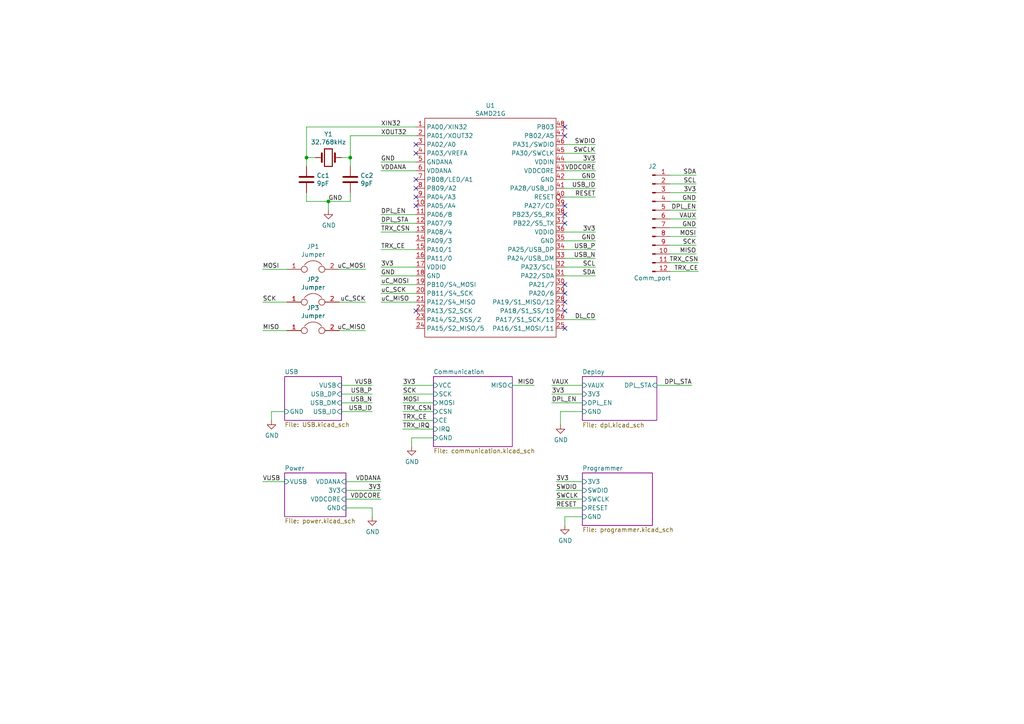
<source format=kicad_sch>
(kicad_sch (version 20200512) (host eeschema "5.99.0-unknown-57e35c9~88~ubuntu19.10.1")
  (page 1 6)
  (paper "A4")
  (lib_symbols
    (symbol "Arduino:SAMD21G"
      (property "Reference" "U" (at 0 27.94 0))
      (property "Value" "SAMD21G" (at 0 25.4 0))
      (symbol "SAMD21G_0_1"
        (rectangle (start -19.05 24.13) (end 19.05 -39.37))
      )
      (symbol "SAMD21G_1_1"
        (pin input line (at -21.59 21.59 0) (length 2.54) (name "PA00/XIN32") (number "1"))
        (pin bidirectional line (at -21.59 -1.27 0) (length 2.54) (name "PA05/A4") (number "10"))
        (pin bidirectional line (at -21.59 -3.81 0) (length 2.54) (name "PA06/8") (number "11"))
        (pin bidirectional line (at -21.59 -6.35 0) (length 2.54) (name "PA07/9") (number "12"))
        (pin bidirectional line (at -21.59 -8.89 0) (length 2.54) (name "PA08/4") (number "13"))
        (pin bidirectional line (at -21.59 -11.43 0) (length 2.54) (name "PA09/3") (number "14"))
        (pin bidirectional line (at -21.59 -13.97 0) (length 2.54) (name "PA10/1") (number "15"))
        (pin bidirectional line (at -21.59 -16.51 0) (length 2.54) (name "PA11/0") (number "16"))
        (pin input line (at -21.59 -19.05 0) (length 2.54) (name "VDDIO") (number "17"))
        (pin input line (at -21.59 -21.59 0) (length 2.54) (name "GND") (number "18"))
        (pin bidirectional line (at -21.59 -24.13 0) (length 2.54) (name "PB10/S4_MOSI") (number "19"))
        (pin input line (at -21.59 19.05 0) (length 2.54) (name "PA01/XOUT32") (number "2"))
        (pin bidirectional line (at -21.59 -26.67 0) (length 2.54) (name "PB11/S4_SCK") (number "20"))
        (pin output line (at -21.59 -29.21 0) (length 2.54) (name "PA12/S4_MISO") (number "21"))
        (pin output line (at -21.59 -31.75 0) (length 2.54) (name "PA13/S2_SCK") (number "22"))
        (pin output line (at -21.59 -34.29 0) (length 2.54) (name "PA14/S2_NSS/2") (number "23"))
        (pin input line (at -21.59 -36.83 0) (length 2.54) (name "PA15/S2_MISO/5") (number "24"))
        (pin output line (at 21.59 -36.83 180) (length 2.54) (name "PA16/S1_MOSI/11") (number "25"))
        (pin output line (at 21.59 -34.29 180) (length 2.54) (name "PA17/S1_SCK/13") (number "26"))
        (pin output line (at 21.59 -31.75 180) (length 2.54) (name "PA18/S1_SS/10") (number "27"))
        (pin input line (at 21.59 -29.21 180) (length 2.54) (name "PA19/S1_MISO/12") (number "28"))
        (pin bidirectional line (at 21.59 -26.67 180) (length 2.54) (name "PA20/6") (number "29"))
        (pin bidirectional line (at -21.59 16.51 0) (length 2.54) (name "PA02/A0") (number "3"))
        (pin bidirectional line (at 21.59 -24.13 180) (length 2.54) (name "PA21/7") (number "30"))
        (pin bidirectional line (at 21.59 -21.59 180) (length 2.54) (name "PA22/SDA") (number "31"))
        (pin bidirectional line (at 21.59 -19.05 180) (length 2.54) (name "PA23/SCL") (number "32"))
        (pin input line (at 21.59 -16.51 180) (length 2.54) (name "PA24/USB_DM") (number "33"))
        (pin input line (at 21.59 -13.97 180) (length 2.54) (name "PA25/USB_DP") (number "34"))
        (pin input line (at 21.59 -11.43 180) (length 2.54) (name "GND") (number "35"))
        (pin input line (at 21.59 -8.89 180) (length 2.54) (name "VDDIO") (number "36"))
        (pin output line (at 21.59 -6.35 180) (length 2.54) (name "PB22/S5_TX") (number "37"))
        (pin input line (at 21.59 -3.81 180) (length 2.54) (name "PB23/S5_RX") (number "38"))
        (pin input line (at 21.59 -1.27 180) (length 2.54) (name "PA27/CD") (number "39"))
        (pin input line (at -21.59 13.97 0) (length 2.54) (name "PA03/VREFA") (number "4"))
        (pin input inverted (at 21.59 1.27 180) (length 2.54) (name "RESET") (number "40"))
        (pin bidirectional line (at 21.59 3.81 180) (length 2.54) (name "PA28/USB_ID") (number "41"))
        (pin input line (at 21.59 6.35 180) (length 2.54) (name "GND") (number "42"))
        (pin input line (at 21.59 8.89 180) (length 2.54) (name "VDDCORE") (number "43"))
        (pin input line (at 21.59 11.43 180) (length 2.54) (name "VDDIN") (number "44"))
        (pin input line (at 21.59 13.97 180) (length 2.54) (name "PA30/SWCLK") (number "45"))
        (pin input line (at 21.59 16.51 180) (length 2.54) (name "PA31/SWDIO") (number "46"))
        (pin bidirectional line (at 21.59 19.05 180) (length 2.54) (name "PB02/A5") (number "47"))
        (pin bidirectional line (at 21.59 21.59 180) (length 2.54) (name "PB03") (number "48"))
        (pin input line (at -21.59 11.43 0) (length 2.54) (name "GNDANA") (number "5"))
        (pin input line (at -21.59 8.89 0) (length 2.54) (name "VDDANA") (number "6"))
        (pin bidirectional line (at -21.59 6.35 0) (length 2.54) (name "PB08/LED/A1") (number "7"))
        (pin bidirectional line (at -21.59 3.81 0) (length 2.54) (name "PB09/A2") (number "8"))
        (pin bidirectional line (at -21.59 1.27 0) (length 2.54) (name "PA04/A3") (number "9"))
      )
    )
    (symbol "Connector:Conn_01x12_Male" (pin_names hide)
      (property "Reference" "J" (at 0 15.24 0))
      (property "Value" "Conn_01x12_Male" (at 0 -17.78 0))
      (symbol "Conn_01x12_Male_1_1"
        (rectangle (start 0.8636 -15.113) (end 0 -15.367) (stroke (width 0.1524)) (fill (type outline)))
        (rectangle (start 0.8636 -12.573) (end 0 -12.827) (stroke (width 0.1524)) (fill (type outline)))
        (rectangle (start 0.8636 -10.033) (end 0 -10.287) (stroke (width 0.1524)) (fill (type outline)))
        (rectangle (start 0.8636 -7.493) (end 0 -7.747) (stroke (width 0.1524)) (fill (type outline)))
        (rectangle (start 0.8636 -4.953) (end 0 -5.207) (stroke (width 0.1524)) (fill (type outline)))
        (rectangle (start 0.8636 -2.413) (end 0 -2.667) (stroke (width 0.1524)) (fill (type outline)))
        (rectangle (start 0.8636 0.127) (end 0 -0.127) (stroke (width 0.1524)) (fill (type outline)))
        (rectangle (start 0.8636 2.667) (end 0 2.413) (stroke (width 0.1524)) (fill (type outline)))
        (rectangle (start 0.8636 5.207) (end 0 4.953) (stroke (width 0.1524)) (fill (type outline)))
        (rectangle (start 0.8636 7.747) (end 0 7.493) (stroke (width 0.1524)) (fill (type outline)))
        (rectangle (start 0.8636 10.287) (end 0 10.033) (stroke (width 0.1524)) (fill (type outline)))
        (rectangle (start 0.8636 12.827) (end 0 12.573) (stroke (width 0.1524)) (fill (type outline)))
        (polyline (pts (xy 1.27 -15.24) (xy 0.8636 -15.24)) (stroke (width 0.1524)))
        (polyline (pts (xy 1.27 -12.7) (xy 0.8636 -12.7)) (stroke (width 0.1524)))
        (polyline (pts (xy 1.27 -10.16) (xy 0.8636 -10.16)) (stroke (width 0.1524)))
        (polyline (pts (xy 1.27 -7.62) (xy 0.8636 -7.62)) (stroke (width 0.1524)))
        (polyline (pts (xy 1.27 -5.08) (xy 0.8636 -5.08)) (stroke (width 0.1524)))
        (polyline (pts (xy 1.27 -2.54) (xy 0.8636 -2.54)) (stroke (width 0.1524)))
        (polyline (pts (xy 1.27 0) (xy 0.8636 0)) (stroke (width 0.1524)))
        (polyline (pts (xy 1.27 2.54) (xy 0.8636 2.54)) (stroke (width 0.1524)))
        (polyline (pts (xy 1.27 5.08) (xy 0.8636 5.08)) (stroke (width 0.1524)))
        (polyline (pts (xy 1.27 7.62) (xy 0.8636 7.62)) (stroke (width 0.1524)))
        (polyline (pts (xy 1.27 10.16) (xy 0.8636 10.16)) (stroke (width 0.1524)))
        (polyline (pts (xy 1.27 12.7) (xy 0.8636 12.7)) (stroke (width 0.1524)))
        (pin passive line (at 5.08 12.7 180) (length 3.81) (name "Pin_1") (number "1"))
        (pin passive line (at 5.08 -10.16 180) (length 3.81) (name "Pin_10") (number "10"))
        (pin passive line (at 5.08 -12.7 180) (length 3.81) (name "Pin_11") (number "11"))
        (pin passive line (at 5.08 -15.24 180) (length 3.81) (name "Pin_12") (number "12"))
        (pin passive line (at 5.08 10.16 180) (length 3.81) (name "Pin_2") (number "2"))
        (pin passive line (at 5.08 7.62 180) (length 3.81) (name "Pin_3") (number "3"))
        (pin passive line (at 5.08 5.08 180) (length 3.81) (name "Pin_4") (number "4"))
        (pin passive line (at 5.08 2.54 180) (length 3.81) (name "Pin_5") (number "5"))
        (pin passive line (at 5.08 0 180) (length 3.81) (name "Pin_6") (number "6"))
        (pin passive line (at 5.08 -2.54 180) (length 3.81) (name "Pin_7") (number "7"))
        (pin passive line (at 5.08 -5.08 180) (length 3.81) (name "Pin_8") (number "8"))
        (pin passive line (at 5.08 -7.62 180) (length 3.81) (name "Pin_9") (number "9"))
      )
    )
    (symbol "Device:C" (pin_numbers hide) (pin_names (offset 0.254))
      (property "Reference" "C" (at 0.635 2.54 0))
      (property "Value" "C" (at 0.635 -2.54 0))
      (symbol "C_0_1"
        (polyline (pts (xy -2.032 -0.762) (xy 2.032 -0.762)) (stroke (width 0.508)))
        (polyline (pts (xy -2.032 0.762) (xy 2.032 0.762)) (stroke (width 0.508)))
      )
      (symbol "C_1_1"
        (pin passive line (at 0 3.81 270) (length 2.794) (name "~") (number "1"))
        (pin passive line (at 0 -3.81 90) (length 2.794) (name "~") (number "2"))
      )
    )
    (symbol "Device:Crystal" (pin_numbers hide) (pin_names hide)
      (property "Reference" "Y" (at 0 3.81 0))
      (property "Value" "Crystal" (at 0 -3.81 0))
      (symbol "Crystal_0_1"
        (rectangle (start -1.143 2.54) (end 1.143 -2.54) (stroke (width 0.3048)))
        (polyline (pts (xy -2.54 0) (xy -1.905 0)))
        (polyline (pts (xy -1.905 -1.27) (xy -1.905 1.27)) (stroke (width 0.508)))
        (polyline (pts (xy 1.905 -1.27) (xy 1.905 1.27)) (stroke (width 0.508)))
        (polyline (pts (xy 2.54 0) (xy 1.905 0)))
      )
      (symbol "Crystal_1_1"
        (pin passive line (at -3.81 0 0) (length 1.27) (name "1") (number "1"))
        (pin passive line (at 3.81 0 180) (length 1.27) (name "2") (number "2"))
      )
    )
    (symbol "Device:Jumper" (pin_names (offset 0.762) hide)
      (property "Reference" "JP" (at 0 3.81 0))
      (property "Value" "Jumper" (at 0 -2.032 0))
      (symbol "Jumper_0_1"
        (arc (start -2.4892 1.27) (end 2.5146 1.27) (radius (at 0 -0.6604) (length 3.175) (angles 142.6 37.3)))
        (circle (center -2.54 0) (radius 0.889))
        (circle (center 2.54 0) (radius 0.889))
        (pin passive line (at -7.62 0 0) (length 4.191) (name "1") (number "1"))
        (pin passive line (at 7.62 0 180) (length 4.191) (name "2") (number "2"))
      )
    )
    (symbol "power:GND" (power) (pin_names (offset 0))
      (property "Value" "GND" (at 0 -3.81 0))
      (symbol "GND_0_1"
        (polyline (pts (xy 0 0) (xy 0 -1.27) (xy 1.27 -1.27) (xy 0 -2.54) (xy -1.27 -1.27) (xy 0 -1.27)))
      )
      (symbol "GND_1_1"
        (pin power_in line (at 0 0 270) (length 0) hide (name "GND") (number "1"))
      )
    )
  )
  (junction (at 88.9 45.72))
  (junction (at 95.25 58.42))
  (junction (at 101.6 45.72))
  (no_connect (at 120.65 59.69))
  (no_connect (at 163.83 64.77))
  (no_connect (at 120.65 52.07))
  (no_connect (at 163.83 36.83))
  (no_connect (at 163.83 82.55))
  (no_connect (at 163.83 87.63))
  (no_connect (at 163.83 95.25))
  (no_connect (at 120.65 54.61))
  (no_connect (at 120.65 41.91))
  (no_connect (at 163.83 39.37))
  (no_connect (at 163.83 85.09))
  (no_connect (at 163.83 62.23))
  (no_connect (at 163.83 59.69))
  (no_connect (at 120.65 44.45))
  (no_connect (at 163.83 90.17))
  (no_connect (at 120.65 57.15))
  (no_connect (at 120.65 90.17))
  (wire (pts (xy 76.2 78.105) (xy 83.185 78.105)))
  (wire (pts (xy 76.2 87.63) (xy 83.185 87.63)))
  (wire (pts (xy 76.2 95.885) (xy 83.185 95.885)))
  (wire (pts (xy 78.74 119.38) (xy 78.74 121.92)))
  (wire (pts (xy 82.55 119.38) (xy 78.74 119.38)))
  (wire (pts (xy 82.55 139.7) (xy 76.2 139.7)))
  (wire (pts (xy 88.9 36.83) (xy 88.9 45.72)))
  (wire (pts (xy 88.9 36.83) (xy 120.65 36.83)))
  (wire (pts (xy 88.9 45.72) (xy 88.9 48.26)))
  (wire (pts (xy 88.9 55.88) (xy 88.9 58.42)))
  (wire (pts (xy 88.9 58.42) (xy 95.25 58.42)))
  (wire (pts (xy 91.44 45.72) (xy 88.9 45.72)))
  (wire (pts (xy 95.25 58.42) (xy 95.25 60.96)))
  (wire (pts (xy 95.25 58.42) (xy 101.6 58.42)))
  (wire (pts (xy 98.425 78.105) (xy 106.045 78.105)))
  (wire (pts (xy 98.425 87.63) (xy 106.045 87.63)))
  (wire (pts (xy 98.425 95.885) (xy 106.045 95.885)))
  (wire (pts (xy 99.06 45.72) (xy 101.6 45.72)))
  (wire (pts (xy 99.06 111.76) (xy 107.95 111.76)))
  (wire (pts (xy 99.06 119.38) (xy 107.95 119.38)))
  (wire (pts (xy 100.33 142.24) (xy 110.49 142.24)))
  (wire (pts (xy 100.33 147.32) (xy 107.95 147.32)))
  (wire (pts (xy 101.6 39.37) (xy 101.6 45.72)))
  (wire (pts (xy 101.6 39.37) (xy 120.65 39.37)))
  (wire (pts (xy 101.6 45.72) (xy 101.6 48.26)))
  (wire (pts (xy 101.6 58.42) (xy 101.6 55.88)))
  (wire (pts (xy 107.95 114.3) (xy 99.06 114.3)))
  (wire (pts (xy 107.95 116.84) (xy 99.06 116.84)))
  (wire (pts (xy 107.95 147.32) (xy 107.95 149.86)))
  (wire (pts (xy 110.49 46.99) (xy 120.65 46.99)))
  (wire (pts (xy 110.49 49.53) (xy 120.65 49.53)))
  (wire (pts (xy 110.49 62.23) (xy 120.65 62.23)))
  (wire (pts (xy 110.49 64.77) (xy 120.65 64.77)))
  (wire (pts (xy 110.49 67.31) (xy 120.65 67.31)))
  (wire (pts (xy 110.49 72.39) (xy 120.65 72.39)))
  (wire (pts (xy 110.49 77.47) (xy 120.65 77.47)))
  (wire (pts (xy 110.49 80.01) (xy 120.65 80.01)))
  (wire (pts (xy 110.49 82.55) (xy 120.65 82.55)))
  (wire (pts (xy 110.49 85.09) (xy 120.65 85.09)))
  (wire (pts (xy 110.49 87.63) (xy 120.65 87.63)))
  (wire (pts (xy 110.49 139.7) (xy 100.33 139.7)))
  (wire (pts (xy 110.49 144.78) (xy 100.33 144.78)))
  (wire (pts (xy 116.84 111.76) (xy 125.73 111.76)))
  (wire (pts (xy 116.84 116.84) (xy 125.73 116.84)))
  (wire (pts (xy 116.84 121.92) (xy 125.73 121.92)))
  (wire (pts (xy 119.38 127) (xy 119.38 129.54)))
  (wire (pts (xy 125.73 114.3) (xy 116.84 114.3)))
  (wire (pts (xy 125.73 119.38) (xy 116.84 119.38)))
  (wire (pts (xy 125.73 124.46) (xy 116.84 124.46)))
  (wire (pts (xy 125.73 127) (xy 119.38 127)))
  (wire (pts (xy 148.59 111.76) (xy 154.94 111.76)))
  (wire (pts (xy 160.02 111.76) (xy 168.91 111.76)))
  (wire (pts (xy 160.02 116.84) (xy 168.91 116.84)))
  (wire (pts (xy 161.29 139.7) (xy 168.91 139.7)))
  (wire (pts (xy 161.29 144.78) (xy 168.91 144.78)))
  (wire (pts (xy 161.29 147.32) (xy 168.91 147.32)))
  (wire (pts (xy 162.56 119.38) (xy 168.91 119.38)))
  (wire (pts (xy 162.56 123.19) (xy 162.56 119.38)))
  (wire (pts (xy 163.83 41.91) (xy 172.72 41.91)))
  (wire (pts (xy 163.83 44.45) (xy 172.72 44.45)))
  (wire (pts (xy 163.83 46.99) (xy 172.72 46.99)))
  (wire (pts (xy 163.83 49.53) (xy 172.72 49.53)))
  (wire (pts (xy 163.83 52.07) (xy 172.72 52.07)))
  (wire (pts (xy 163.83 54.61) (xy 172.72 54.61)))
  (wire (pts (xy 163.83 57.15) (xy 172.72 57.15)))
  (wire (pts (xy 163.83 67.31) (xy 172.72 67.31)))
  (wire (pts (xy 163.83 69.85) (xy 172.72 69.85)))
  (wire (pts (xy 163.83 72.39) (xy 172.72 72.39)))
  (wire (pts (xy 163.83 74.93) (xy 172.72 74.93)))
  (wire (pts (xy 163.83 77.47) (xy 172.72 77.47)))
  (wire (pts (xy 163.83 80.01) (xy 172.72 80.01)))
  (wire (pts (xy 163.83 92.71) (xy 172.72 92.71)))
  (wire (pts (xy 163.83 149.86) (xy 163.83 152.4)))
  (wire (pts (xy 168.91 114.3) (xy 160.02 114.3)))
  (wire (pts (xy 168.91 142.24) (xy 161.29 142.24)))
  (wire (pts (xy 168.91 149.86) (xy 163.83 149.86)))
  (wire (pts (xy 190.5 111.76) (xy 200.66 111.76)))
  (wire (pts (xy 194.31 50.8) (xy 201.93 50.8)))
  (wire (pts (xy 194.31 53.34) (xy 201.93 53.34)))
  (wire (pts (xy 194.31 55.88) (xy 201.93 55.88)))
  (wire (pts (xy 194.31 58.42) (xy 201.93 58.42)))
  (wire (pts (xy 194.31 60.96) (xy 201.93 60.96)))
  (wire (pts (xy 194.31 63.5) (xy 201.93 63.5)))
  (wire (pts (xy 194.31 66.04) (xy 201.93 66.04)))
  (wire (pts (xy 194.31 68.58) (xy 201.93 68.58)))
  (wire (pts (xy 194.31 71.12) (xy 201.93 71.12)))
  (wire (pts (xy 194.31 73.66) (xy 201.93 73.66)))
  (wire (pts (xy 194.31 76.2) (xy 202.565 76.2)))
  (wire (pts (xy 194.31 78.74) (xy 202.565 78.74)))
  (label "MOSI" (at 76.2 78.105 0))
  (label "SCK" (at 76.2 87.63 0))
  (label "MISO" (at 76.2 95.885 0))
  (label "VUSB" (at 76.2 139.7 0))
  (label "GND" (at 95.25 58.42 0))
  (label "uC_MOSI" (at 106.045 78.105 180))
  (label "uC_SCK" (at 106.045 87.63 180))
  (label "uC_MISO" (at 106.045 95.885 180))
  (label "VUSB" (at 107.95 111.76 180))
  (label "USB_P" (at 107.95 114.3 180))
  (label "USB_N" (at 107.95 116.84 180))
  (label "USB_ID" (at 107.95 119.38 180))
  (label "XIN32" (at 110.49 36.83 0))
  (label "XOUT32" (at 110.49 39.37 0))
  (label "GND" (at 110.49 46.99 0))
  (label "VDDANA" (at 110.49 49.53 0))
  (label "DPL_EN" (at 110.49 62.23 0))
  (label "DPL_STA" (at 110.49 64.77 0))
  (label "TRX_CSN" (at 110.49 67.31 0))
  (label "TRX_CE" (at 110.49 72.39 0))
  (label "3V3" (at 110.49 77.47 0))
  (label "GND" (at 110.49 80.01 0))
  (label "uC_MOSI" (at 110.49 82.55 0))
  (label "uC_SCK" (at 110.49 85.09 0))
  (label "uC_MISO" (at 110.49 87.63 0))
  (label "VDDANA" (at 110.49 139.7 180))
  (label "3V3" (at 110.49 142.24 180))
  (label "VDDCORE" (at 110.49 144.78 180))
  (label "3V3" (at 116.84 111.76 0))
  (label "SCK" (at 116.84 114.3 0))
  (label "MOSI" (at 116.84 116.84 0))
  (label "TRX_CSN" (at 116.84 119.38 0))
  (label "TRX_CE" (at 116.84 121.92 0))
  (label "TRX_IRQ" (at 116.84 124.46 0))
  (label "MISO" (at 154.94 111.76 180))
  (label "VAUX" (at 160.02 111.76 0))
  (label "3V3" (at 160.02 114.3 0))
  (label "DPL_EN" (at 160.02 116.84 0))
  (label "3V3" (at 161.29 139.7 0))
  (label "SWDIO" (at 161.29 142.24 0))
  (label "SWCLK" (at 161.29 144.78 0))
  (label "RESET" (at 161.29 147.32 0))
  (label "SWDIO" (at 172.72 41.91 180))
  (label "SWCLK" (at 172.72 44.45 180))
  (label "3V3" (at 172.72 46.99 180))
  (label "VDDCORE" (at 172.72 49.53 180))
  (label "GND" (at 172.72 52.07 180))
  (label "USB_ID" (at 172.72 54.61 180))
  (label "RESET" (at 172.72 57.15 180))
  (label "3V3" (at 172.72 67.31 180))
  (label "GND" (at 172.72 69.85 180))
  (label "USB_P" (at 172.72 72.39 180))
  (label "USB_N" (at 172.72 74.93 180))
  (label "SCL" (at 172.72 77.47 180))
  (label "SDA" (at 172.72 80.01 180))
  (label "DL_CD" (at 172.72 92.71 180))
  (label "DPL_STA" (at 200.66 111.76 180))
  (label "SDA" (at 201.93 50.8 180))
  (label "SCL" (at 201.93 53.34 180))
  (label "3V3" (at 201.93 55.88 180))
  (label "GND" (at 201.93 58.42 180))
  (label "DPL_EN" (at 201.93 60.96 180))
  (label "VAUX" (at 201.93 63.5 180))
  (label "GND" (at 201.93 66.04 180))
  (label "MOSI" (at 201.93 68.58 180))
  (label "SCK" (at 201.93 71.12 180))
  (label "MISO" (at 201.93 73.66 180))
  (label "TRX_CSN" (at 202.565 76.2 180))
  (label "TRX_CE" (at 202.565 78.74 180))
  (symbol (lib_id "power:GND") (at 78.74 121.92 0) (unit 1)
    (property "Reference" "#PWR0104" (effects hide))
    (property "Value" "GND" (at 78.867 126.3142 0))
  )
  (symbol (lib_id "power:GND") (at 95.25 60.96 0) (unit 1)
    (property "Reference" "#PWR0101" (effects hide))
    (property "Value" "GND" (at 95.377 65.3542 0))
  )
  (symbol (lib_id "power:GND") (at 107.95 149.86 0) (unit 1)
    (property "Reference" "#PWR0106" (effects hide))
    (property "Value" "GND" (at 108.077 154.2542 0))
  )
  (symbol (lib_id "power:GND") (at 119.38 129.54 0) (unit 1)
    (property "Reference" "#PWR0105" (effects hide))
    (property "Value" "GND" (at 119.507 133.9342 0))
  )
  (symbol (lib_id "power:GND") (at 162.56 123.19 0) (unit 1)
    (property "Reference" "#PWR0111" (effects hide))
    (property "Value" "GND" (at 162.687 127.5842 0))
  )
  (symbol (lib_id "power:GND") (at 163.83 152.4 0) (unit 1)
    (property "Reference" "#PWR0114" (effects hide))
    (property "Value" "GND" (at 163.957 156.7942 0))
  )
  (symbol (lib_id "Device:C") (at 88.9 52.07 0) (unit 1)
    (property "Reference" "Cc1" (at 91.821 50.9016 0) (effects (justify left)))
    (property "Value" "9pF" (at 91.821 53.213 0) (effects (justify left)))
    (property "Footprint" "Capacitor_SMD:C_0603_1608Metric_Pad1.05x0.95mm_HandSolder" (effects hide))
  )
  (symbol (lib_id "Device:C") (at 101.6 52.07 0) (unit 1)
    (property "Reference" "Cc2" (at 104.521 50.9016 0) (effects (justify left)))
    (property "Value" "9pF" (at 104.521 53.213 0) (effects (justify left)))
    (property "Footprint" "Capacitor_SMD:C_0603_1608Metric_Pad1.05x0.95mm_HandSolder" (effects hide))
  )
  (symbol (lib_id "Device:Crystal") (at 95.25 45.72 0) (unit 1)
    (property "Reference" "Y1" (at 95.25 38.9128 0))
    (property "Value" "32.768kHz" (at 95.25 41.2242 0))
    (property "Footprint" "Crystal:Crystal_SMD_EuroQuartz_EQ161-2Pin_3.2x1.5mm_HandSoldering" (effects hide))
  )
  (symbol (lib_id "Device:Jumper") (at 90.805 78.105 0) (unit 1)
    (property "Reference" "JP1" (at 90.805 71.5072 0))
    (property "Value" "Jumper" (at 90.805 73.8059 0))
    (property "Footprint" "Jumper:SolderJumper-2_P1.3mm_Open_RoundedPad1.0x1.5mm" (effects hide))
  )
  (symbol (lib_id "Device:Jumper") (at 90.805 87.63 0) (unit 1)
    (property "Reference" "JP2" (at 90.805 81.0322 0))
    (property "Value" "Jumper" (at 90.805 83.3309 0))
    (property "Footprint" "Jumper:SolderJumper-2_P1.3mm_Open_RoundedPad1.0x1.5mm" (effects hide))
  )
  (symbol (lib_id "Device:Jumper") (at 90.805 95.885 0) (unit 1)
    (property "Reference" "JP3" (at 90.805 89.2872 0))
    (property "Value" "Jumper" (at 90.805 91.5859 0))
    (property "Footprint" "Jumper:SolderJumper-2_P1.3mm_Open_RoundedPad1.0x1.5mm" (effects hide))
  )
  (symbol (lib_id "Connector:Conn_01x12_Male") (at 189.23 63.5 0) (unit 1)
    (property "Reference" "J2" (at 189.23 48.26 0))
    (property "Value" "Comm_port" (at 189.23 80.645 0))
    (property "Footprint" "Connector_Molex:Molex_PicoBlade_53398-1271_1x12-1MP_P1.25mm_Vertical" (effects hide))
  )
  (symbol (lib_id "Arduino:SAMD21G") (at 142.24 58.42 0) (unit 1)
    (property "Reference" "U1" (at 142.24 30.607 0))
    (property "Value" "SAMD21G" (at 142.24 32.9438 0))
    (property "Footprint" "Package_QFP:TQFP-48_7x7mm_P0.5mm" (effects hide))
  )
  (sheet (at 125.73 109.22) (size 22.86 20.32) (stroke (width 0) (color 132 0 132 1)) (fill (color 255 255 255 0.0000))
    (property "Sheet name" "Communication" (at 125.73 108.5845 0) (effects (justify left bottom)))
    (property "Sheet file" "communication.kicad_sch" (at 125.73 130.0485 0) (effects (justify left top)))
    (pin "SCK" input (at 125.73 114.3 180))
    (pin "MOSI" input (at 125.73 116.84 180))
    (pin "MISO" input (at 148.59 111.76 0))
    (pin "GND" input (at 125.73 127 180))
    (pin "VCC" input (at 125.73 111.76 180))
    (pin "CSN" input (at 125.73 119.38 180))
    (pin "CE" input (at 125.73 121.92 180))
    (pin "IRQ" input (at 125.73 124.46 180))
  )
  (sheet (at 168.91 109.22) (size 21.59 12.7) (stroke (width 0) (color 132 0 132 1)) (fill (color 255 255 255 0.0000))
    (property "Sheet name" "Deploy" (at 168.91 108.5845 0) (effects (justify left bottom)))
    (property "Sheet file" "dpl.kicad_sch" (at 168.91 122.555 0) (effects (justify left top)))
    (pin "GND" input (at 168.91 119.38 180))
    (pin "3V3" input (at 168.91 114.3 180))
    (pin "DPL_EN" input (at 168.91 116.84 180))
    (pin "DPL_STA" input (at 190.5 111.76 0))
    (pin "VAUX" input (at 168.91 111.76 180))
  )
  (sheet (at 82.55 137.16) (size 17.78 12.7) (stroke (width 0) (color 132 0 132 1)) (fill (color 255 255 255 0.0000))
    (property "Sheet name" "Power" (at 82.55 136.5245 0) (effects (justify left bottom)))
    (property "Sheet file" "power.kicad_sch" (at 82.55 150.3685 0) (effects (justify left top)))
    (pin "3V3" input (at 100.33 142.24 0))
    (pin "VDDANA" input (at 100.33 139.7 0))
    (pin "VDDCORE" input (at 100.33 144.78 0))
    (pin "GND" input (at 100.33 147.32 0))
    (pin "VUSB" input (at 82.55 139.7 180))
  )
  (sheet (at 168.91 137.16) (size 20.32 15.24) (stroke (width 0) (color 132 0 132 1)) (fill (color 255 255 255 0.0000))
    (property "Sheet name" "Programmer" (at 168.91 136.5245 0) (effects (justify left bottom)))
    (property "Sheet file" "programmer.kicad_sch" (at 168.91 152.9085 0) (effects (justify left top)))
    (pin "3V3" input (at 168.91 139.7 180))
    (pin "SWDIO" input (at 168.91 142.24 180))
    (pin "SWCLK" input (at 168.91 144.78 180))
    (pin "RESET" input (at 168.91 147.32 180))
    (pin "GND" input (at 168.91 149.86 180))
  )
  (sheet (at 82.55 109.22) (size 16.51 12.7) (stroke (width 0) (color 132 0 132 1)) (fill (color 255 255 255 0.0000))
    (property "Sheet name" "USB" (at 82.55 108.5845 0) (effects (justify left bottom)))
    (property "Sheet file" "USB.kicad_sch" (at 82.55 122.4285 0) (effects (justify left top)))
    (pin "USB_DP" input (at 99.06 114.3 0))
    (pin "USB_DM" input (at 99.06 116.84 0))
    (pin "USB_ID" input (at 99.06 119.38 0))
    (pin "GND" input (at 82.55 119.38 180))
    (pin "VUSB" input (at 99.06 111.76 0))
  )
)
</source>
